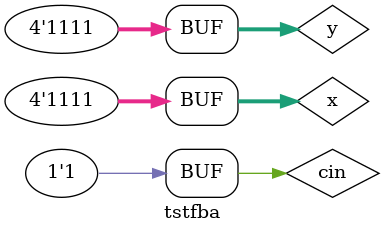
<source format=v>
module full_adder (x,y,cin,sum,cout);		
			   input x,y,cin;
			   output sum,cout;
			   wire w1,w2,w3;
			   xor #11ns gate1(w1,x,y);
			   and #7ns gate2(w2,x,y); 
			   xor #11ns gate3(sum,w1,cin); 
			   and #7ns gate4(w3,w1,cin); 
			   or #7ns gate5(cout,w3,w2);	
endmodule  



module four_bit_adder(x,y,cin,sum,cout);
	input [3:0] x,y;
	input cin;
	output [3:0] sum;
	output cout;
	wire[2:0]c;
	
	full_adder fl1(cin,x[0],y[0],sum[0],c[0]);
	full_adder fl2(c[0],x[1],y[1],sum[1],c[1]);
	full_adder fl3(c[1],x[2],y[2],sum[2],c[2]);
	full_adder fl4(c[2],x[3],y[3],sum[3],cout);
endmodule		

		    module tstfba ();
			   reg [3:0] x,y;
			   reg cin;
			   wire [3:0] sum;
			   wire cout;
			   four_bit_adder fob(x,y,cin,sum,cout);
			   initial
				   
				   begin 
					
					   
					  {x[0],x[1],x[2],x[3],y[0],y[1],y[2],y[3],cin} = 9'b000000000;
				   repeat (511)
				#150ns   {x[0],x[1],x[2],x[3],y[0],y[1],y[2],y[3],cin}=  {x[0],x[1],x[2],x[3],y[0],y[1],y[2],y[3],cin} + 9'b000000001;
				end
			   endmodule
</source>
